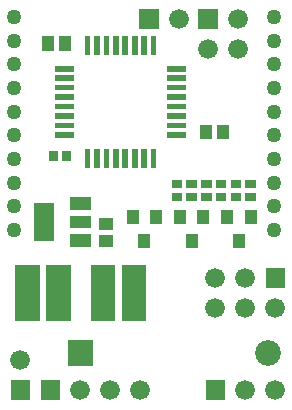
<source format=gbr>
G04 start of page 6 for group -4063 idx -4063 *
G04 Title: (unknown), componentmask *
G04 Creator: pcb 20110918 *
G04 CreationDate: Sun Sep 22 23:55:29 2013 UTC *
G04 For: mokus *
G04 Format: Gerber/RS-274X *
G04 PCB-Dimensions: 100000 140000 *
G04 PCB-Coordinate-Origin: lower left *
%MOIN*%
%FSLAX25Y25*%
%LNTOPMASK*%
%ADD57R,0.0670X0.0670*%
%ADD56R,0.0430X0.0430*%
%ADD55R,0.0400X0.0400*%
%ADD54R,0.0276X0.0276*%
%ADD53R,0.0810X0.0810*%
%ADD52R,0.0187X0.0187*%
%ADD51R,0.0395X0.0395*%
%ADD50C,0.0500*%
%ADD49C,0.0860*%
%ADD48C,0.0660*%
%ADD47C,0.0001*%
G54D47*G36*
X70859Y11916D02*Y5316D01*
X77459D01*
Y11916D01*
X70859D01*
G37*
G54D48*X84159Y8616D03*
X94159D03*
G54D49*X91659Y21116D03*
G54D48*X94159Y36116D03*
G54D47*G36*
X90859Y49416D02*Y42816D01*
X97459D01*
Y49416D01*
X90859D01*
G37*
G54D48*X84159Y46116D03*
Y36116D03*
X74159Y46116D03*
Y36116D03*
G54D47*G36*
X5859Y11916D02*Y5316D01*
X12459D01*
Y11916D01*
X5859D01*
G37*
G54D48*X9159Y18616D03*
G54D47*G36*
X15859Y11916D02*Y5316D01*
X22459D01*
Y11916D01*
X15859D01*
G37*
G54D48*X29159Y8616D03*
X39159D03*
X49159D03*
G54D47*G36*
X24859Y25416D02*Y16816D01*
X33459D01*
Y25416D01*
X24859D01*
G37*
G54D50*X7159Y62016D03*
Y69916D03*
Y77816D03*
Y85716D03*
Y93616D03*
Y101516D03*
Y109416D03*
Y117316D03*
Y125216D03*
Y133116D03*
X93759Y62016D03*
Y69916D03*
Y77816D03*
Y85716D03*
Y93616D03*
Y101516D03*
Y109416D03*
Y117316D03*
Y125216D03*
Y133116D03*
G54D48*X81710Y132329D03*
G54D47*G36*
X48648Y135629D02*Y129029D01*
X55248D01*
Y135629D01*
X48648D01*
G37*
G54D48*X61948Y132329D03*
G54D47*G36*
X68410Y135629D02*Y129029D01*
X75010D01*
Y135629D01*
X68410D01*
G37*
G54D48*X71710Y122329D03*
X81710D03*
G54D51*X18381Y124750D02*Y123766D01*
X23891Y124750D02*Y123766D01*
G54D52*X21522Y115792D02*X25948D01*
X21522Y112643D02*X25948D01*
X21522Y109493D02*X25948D01*
X21522Y106344D02*X25948D01*
X21522Y103194D02*X25948D01*
X21522Y100044D02*X25948D01*
X21522Y96895D02*X25948D01*
X21522Y93745D02*X25948D01*
G54D53*X21859Y46316D02*Y35916D01*
X11459Y46316D02*Y35916D01*
X47059Y46316D02*Y35916D01*
X36659Y46316D02*Y35916D01*
G54D51*X71135Y95222D02*Y94238D01*
X76645Y95222D02*Y94238D01*
G54D54*X85485Y77429D02*X86271D01*
X80565D02*X81351D01*
X70725D02*X71511D01*
X75645D02*X76431D01*
X85485Y73099D02*X86271D01*
G54D55*X85862Y66813D02*Y66213D01*
X78062Y66813D02*Y66213D01*
X81962Y58613D02*Y58013D01*
G54D54*X80565Y73099D02*X81351D01*
X70725D02*X71511D01*
X75645D02*X76431D01*
X60885D02*X61671D01*
X60885Y77429D02*X61671D01*
X65805Y73099D02*X66591D01*
X65805Y77429D02*X66591D01*
G54D55*X70114Y66813D02*Y66213D01*
X62314Y66813D02*Y66213D01*
X66214Y58613D02*Y58013D01*
X54366Y66813D02*Y66213D01*
X50466Y58613D02*Y58013D01*
G54D56*X27959Y58616D02*X30359D01*
X27959Y64716D02*X30359D01*
X27959Y70816D02*X30359D01*
G54D57*X16959Y67716D02*Y61716D01*
G54D51*X37179Y58511D02*X38163D01*
X37179Y64021D02*X38163D01*
G54D55*X46566Y66813D02*Y66213D01*
G54D54*X20152Y87052D02*Y86266D01*
X24482Y87052D02*Y86266D01*
G54D52*X31491Y88203D02*Y83777D01*
X34640Y88203D02*Y83777D01*
X37790Y88203D02*Y83777D01*
X40939Y88203D02*Y83777D01*
X44089Y88203D02*Y83777D01*
X47239Y88203D02*Y83777D01*
X50388Y88203D02*Y83777D01*
X53538Y88203D02*Y83777D01*
X59080Y93746D02*X63506D01*
X59080Y96895D02*X63506D01*
X59080Y100045D02*X63506D01*
X59080Y103194D02*X63506D01*
X59080Y106344D02*X63506D01*
X59080Y109494D02*X63506D01*
X59080Y112643D02*X63506D01*
X59080Y115793D02*X63506D01*
X53537Y125761D02*Y121335D01*
X50388Y125761D02*Y121335D01*
X47238Y125761D02*Y121335D01*
X44089Y125761D02*Y121335D01*
X40939Y125761D02*Y121335D01*
X37789Y125761D02*Y121335D01*
X34640Y125761D02*Y121335D01*
X31490Y125761D02*Y121335D01*
M02*

</source>
